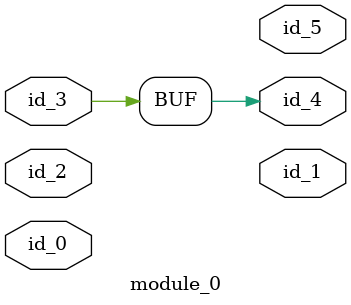
<source format=v>
module module_0 (
    input  id_0,
    output id_1,
    input  id_2,
    input  id_3,
    output id_4,
    output id_5
);
  assign id_4 = id_3;
endmodule

</source>
